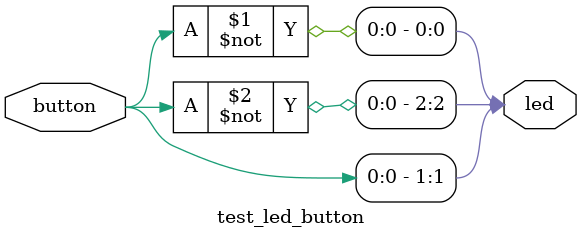
<source format=v>
module test_led_button ( 
    input wire button,
    output wire[2:0] led
);

assign led[0] = ~button;
assign led[1] = button;
assign led[2] = ~button;
  
endmodule
</source>
